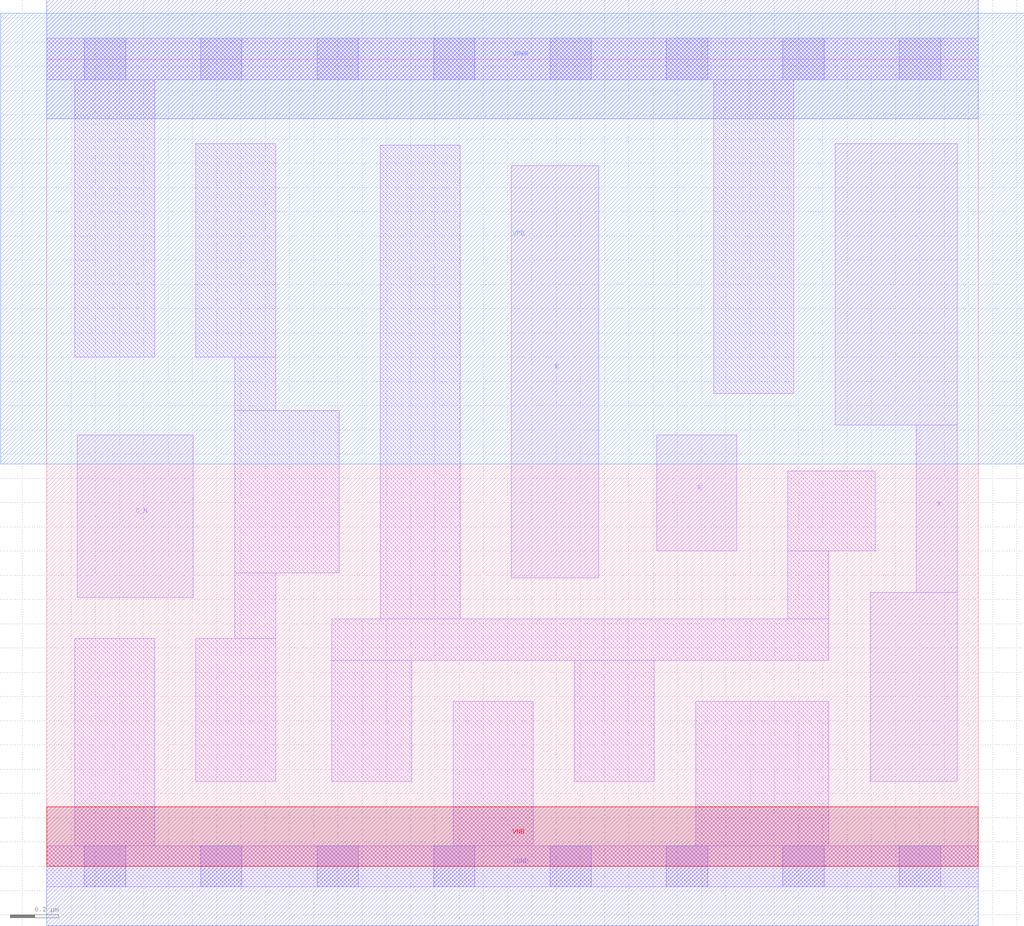
<source format=lef>
# Copyright 2020 The SkyWater PDK Authors
#
# Licensed under the Apache License, Version 2.0 (the "License");
# you may not use this file except in compliance with the License.
# You may obtain a copy of the License at
#
#     https://www.apache.org/licenses/LICENSE-2.0
#
# Unless required by applicable law or agreed to in writing, software
# distributed under the License is distributed on an "AS IS" BASIS,
# WITHOUT WARRANTIES OR CONDITIONS OF ANY KIND, either express or implied.
# See the License for the specific language governing permissions and
# limitations under the License.
#
# SPDX-License-Identifier: Apache-2.0

VERSION 5.7 ;
  NOWIREEXTENSIONATPIN ON ;
  DIVIDERCHAR "/" ;
  BUSBITCHARS "[]" ;
MACRO sky130_fd_sc_ls__or3b_1
  CLASS CORE ;
  FOREIGN sky130_fd_sc_ls__or3b_1 ;
  ORIGIN  0.000000  0.000000 ;
  SIZE  3.840000 BY  3.330000 ;
  SYMMETRY X Y ;
  SITE unit ;
  PIN A
    ANTENNAGATEAREA  0.232500 ;
    DIRECTION INPUT ;
    USE SIGNAL ;
    PORT
      LAYER li1 ;
        RECT 2.515000 1.300000 2.845000 1.780000 ;
    END
  END A
  PIN B
    ANTENNAGATEAREA  0.232500 ;
    DIRECTION INPUT ;
    USE SIGNAL ;
    PORT
      LAYER li1 ;
        RECT 1.915000 1.190000 2.275000 2.890000 ;
    END
  END B
  PIN C_N
    ANTENNAGATEAREA  0.208500 ;
    DIRECTION INPUT ;
    USE SIGNAL ;
    PORT
      LAYER li1 ;
        RECT 0.125000 1.110000 0.605000 1.780000 ;
    END
  END C_N
  PIN VNB
    PORT
      LAYER pwell ;
        RECT 0.000000 0.000000 3.840000 0.245000 ;
    END
  END VNB
  PIN VPB
    PORT
      LAYER nwell ;
        RECT -0.190000 1.660000 4.030000 3.520000 ;
    END
  END VPB
  PIN X
    ANTENNADIFFAREA  0.541300 ;
    DIRECTION OUTPUT ;
    USE SIGNAL ;
    PORT
      LAYER li1 ;
        RECT 3.250000 1.820000 3.755000 2.980000 ;
        RECT 3.395000 0.350000 3.755000 1.130000 ;
        RECT 3.585000 1.130000 3.755000 1.820000 ;
    END
  END X
  PIN VGND
    DIRECTION INOUT ;
    SHAPE ABUTMENT ;
    USE GROUND ;
    PORT
      LAYER met1 ;
        RECT 0.000000 -0.245000 3.840000 0.245000 ;
    END
  END VGND
  PIN VPWR
    DIRECTION INOUT ;
    SHAPE ABUTMENT ;
    USE POWER ;
    PORT
      LAYER met1 ;
        RECT 0.000000 3.085000 3.840000 3.575000 ;
    END
  END VPWR
  OBS
    LAYER li1 ;
      RECT 0.000000 -0.085000 3.840000 0.085000 ;
      RECT 0.000000  3.245000 3.840000 3.415000 ;
      RECT 0.115000  0.085000 0.445000 0.940000 ;
      RECT 0.115000  2.100000 0.445000 3.245000 ;
      RECT 0.615000  0.350000 0.945000 0.940000 ;
      RECT 0.615000  2.100000 0.945000 2.980000 ;
      RECT 0.775000  0.940000 0.945000 1.210000 ;
      RECT 0.775000  1.210000 1.205000 1.880000 ;
      RECT 0.775000  1.880000 0.945000 2.100000 ;
      RECT 1.175000  0.350000 1.505000 0.850000 ;
      RECT 1.175000  0.850000 3.225000 1.020000 ;
      RECT 1.375000  1.020000 1.705000 2.975000 ;
      RECT 1.675000  0.085000 2.005000 0.680000 ;
      RECT 2.175000  0.350000 2.505000 0.850000 ;
      RECT 2.675000  0.085000 3.225000 0.680000 ;
      RECT 2.750000  1.950000 3.080000 3.245000 ;
      RECT 3.055000  1.020000 3.225000 1.300000 ;
      RECT 3.055000  1.300000 3.415000 1.630000 ;
    LAYER mcon ;
      RECT 0.155000 -0.085000 0.325000 0.085000 ;
      RECT 0.155000  3.245000 0.325000 3.415000 ;
      RECT 0.635000 -0.085000 0.805000 0.085000 ;
      RECT 0.635000  3.245000 0.805000 3.415000 ;
      RECT 1.115000 -0.085000 1.285000 0.085000 ;
      RECT 1.115000  3.245000 1.285000 3.415000 ;
      RECT 1.595000 -0.085000 1.765000 0.085000 ;
      RECT 1.595000  3.245000 1.765000 3.415000 ;
      RECT 2.075000 -0.085000 2.245000 0.085000 ;
      RECT 2.075000  3.245000 2.245000 3.415000 ;
      RECT 2.555000 -0.085000 2.725000 0.085000 ;
      RECT 2.555000  3.245000 2.725000 3.415000 ;
      RECT 3.035000 -0.085000 3.205000 0.085000 ;
      RECT 3.035000  3.245000 3.205000 3.415000 ;
      RECT 3.515000 -0.085000 3.685000 0.085000 ;
      RECT 3.515000  3.245000 3.685000 3.415000 ;
  END
END sky130_fd_sc_ls__or3b_1
END LIBRARY

</source>
